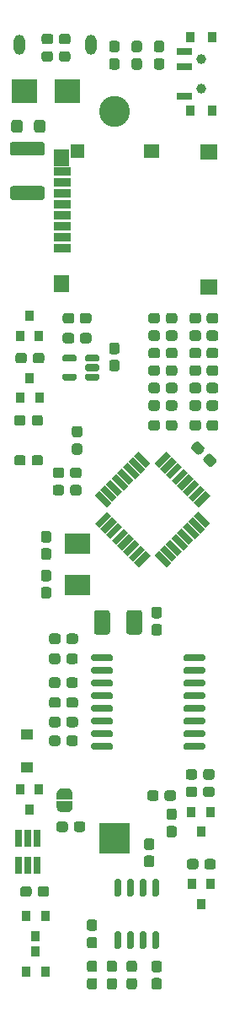
<source format=gts>
G04 #@! TF.GenerationSoftware,KiCad,Pcbnew,(5.1.6)-1*
G04 #@! TF.CreationDate,2021-08-10T23:40:34-03:00*
G04 #@! TF.ProjectId,TPH_Logger,5450485f-4c6f-4676-9765-722e6b696361,rev?*
G04 #@! TF.SameCoordinates,Original*
G04 #@! TF.FileFunction,Soldermask,Top*
G04 #@! TF.FilePolarity,Negative*
%FSLAX46Y46*%
G04 Gerber Fmt 4.6, Leading zero omitted, Abs format (unit mm)*
G04 Created by KiCad (PCBNEW (5.1.6)-1) date 2021-08-10 23:40:34*
%MOMM*%
%LPD*%
G01*
G04 APERTURE LIST*
%ADD10R,2.600000X2.400000*%
%ADD11C,1.000000*%
%ADD12R,1.600000X0.800000*%
%ADD13R,0.900000X1.100000*%
%ADD14R,0.900000X1.000000*%
%ADD15C,0.100000*%
%ADD16R,0.750000X1.660000*%
%ADD17R,2.500000X2.000000*%
%ADD18O,1.150000X2.000000*%
%ADD19C,3.100000*%
%ADD20R,3.100000X3.100000*%
%ADD21R,1.776400X0.912800*%
%ADD22R,1.497000X1.395400*%
%ADD23R,1.801800X1.598600*%
%ADD24R,1.598600X1.801800*%
%ADD25R,1.395400X1.395400*%
%ADD26R,1.598600X1.700200*%
%ADD27R,1.300000X1.000000*%
G04 APERTURE END LIST*
D10*
X129750000Y-47500000D03*
X125450000Y-47500000D03*
D11*
X143260000Y-47250000D03*
X143260000Y-44250000D03*
D12*
X141500000Y-48000000D03*
X141500000Y-45000000D03*
X141500000Y-43500000D03*
D13*
X144360000Y-49400000D03*
X144360000Y-42100000D03*
X142150000Y-42100000D03*
X142150000Y-49400000D03*
G36*
G01*
X143225000Y-75237500D02*
X143225000Y-75762500D01*
G75*
G02*
X142962500Y-76025000I-262500J0D01*
G01*
X142312500Y-76025000D01*
G75*
G02*
X142050000Y-75762500I0J262500D01*
G01*
X142050000Y-75237500D01*
G75*
G02*
X142312500Y-74975000I262500J0D01*
G01*
X142962500Y-74975000D01*
G75*
G02*
X143225000Y-75237500I0J-262500D01*
G01*
G37*
G36*
G01*
X144950000Y-75237500D02*
X144950000Y-75762500D01*
G75*
G02*
X144687500Y-76025000I-262500J0D01*
G01*
X144037500Y-76025000D01*
G75*
G02*
X143775000Y-75762500I0J262500D01*
G01*
X143775000Y-75237500D01*
G75*
G02*
X144037500Y-74975000I262500J0D01*
G01*
X144687500Y-74975000D01*
G75*
G02*
X144950000Y-75237500I0J-262500D01*
G01*
G37*
G36*
G01*
X143225000Y-73487500D02*
X143225000Y-74012500D01*
G75*
G02*
X142962500Y-74275000I-262500J0D01*
G01*
X142312500Y-74275000D01*
G75*
G02*
X142050000Y-74012500I0J262500D01*
G01*
X142050000Y-73487500D01*
G75*
G02*
X142312500Y-73225000I262500J0D01*
G01*
X142962500Y-73225000D01*
G75*
G02*
X143225000Y-73487500I0J-262500D01*
G01*
G37*
G36*
G01*
X144950000Y-73487500D02*
X144950000Y-74012500D01*
G75*
G02*
X144687500Y-74275000I-262500J0D01*
G01*
X144037500Y-74275000D01*
G75*
G02*
X143775000Y-74012500I0J262500D01*
G01*
X143775000Y-73487500D01*
G75*
G02*
X144037500Y-73225000I262500J0D01*
G01*
X144687500Y-73225000D01*
G75*
G02*
X144950000Y-73487500I0J-262500D01*
G01*
G37*
G36*
G01*
X144950000Y-71737500D02*
X144950000Y-72262500D01*
G75*
G02*
X144687500Y-72525000I-262500J0D01*
G01*
X144037500Y-72525000D01*
G75*
G02*
X143775000Y-72262500I0J262500D01*
G01*
X143775000Y-71737500D01*
G75*
G02*
X144037500Y-71475000I262500J0D01*
G01*
X144687500Y-71475000D01*
G75*
G02*
X144950000Y-71737500I0J-262500D01*
G01*
G37*
G36*
G01*
X143225000Y-71737500D02*
X143225000Y-72262500D01*
G75*
G02*
X142962500Y-72525000I-262500J0D01*
G01*
X142312500Y-72525000D01*
G75*
G02*
X142050000Y-72262500I0J262500D01*
G01*
X142050000Y-71737500D01*
G75*
G02*
X142312500Y-71475000I262500J0D01*
G01*
X142962500Y-71475000D01*
G75*
G02*
X143225000Y-71737500I0J-262500D01*
G01*
G37*
G36*
G01*
X144950000Y-76987500D02*
X144950000Y-77512500D01*
G75*
G02*
X144687500Y-77775000I-262500J0D01*
G01*
X144037500Y-77775000D01*
G75*
G02*
X143775000Y-77512500I0J262500D01*
G01*
X143775000Y-76987500D01*
G75*
G02*
X144037500Y-76725000I262500J0D01*
G01*
X144687500Y-76725000D01*
G75*
G02*
X144950000Y-76987500I0J-262500D01*
G01*
G37*
G36*
G01*
X143225000Y-76987500D02*
X143225000Y-77512500D01*
G75*
G02*
X142962500Y-77775000I-262500J0D01*
G01*
X142312500Y-77775000D01*
G75*
G02*
X142050000Y-77512500I0J262500D01*
G01*
X142050000Y-76987500D01*
G75*
G02*
X142312500Y-76725000I262500J0D01*
G01*
X142962500Y-76725000D01*
G75*
G02*
X143225000Y-76987500I0J-262500D01*
G01*
G37*
G36*
G01*
X139075000Y-76987500D02*
X139075000Y-77512500D01*
G75*
G02*
X138812500Y-77775000I-262500J0D01*
G01*
X138187500Y-77775000D01*
G75*
G02*
X137925000Y-77512500I0J262500D01*
G01*
X137925000Y-76987500D01*
G75*
G02*
X138187500Y-76725000I262500J0D01*
G01*
X138812500Y-76725000D01*
G75*
G02*
X139075000Y-76987500I0J-262500D01*
G01*
G37*
G36*
G01*
X140825000Y-76987500D02*
X140825000Y-77512500D01*
G75*
G02*
X140562500Y-77775000I-262500J0D01*
G01*
X139937500Y-77775000D01*
G75*
G02*
X139675000Y-77512500I0J262500D01*
G01*
X139675000Y-76987500D01*
G75*
G02*
X139937500Y-76725000I262500J0D01*
G01*
X140562500Y-76725000D01*
G75*
G02*
X140825000Y-76987500I0J-262500D01*
G01*
G37*
G36*
G01*
X139087500Y-73487500D02*
X139087500Y-74012500D01*
G75*
G02*
X138825000Y-74275000I-262500J0D01*
G01*
X138200000Y-74275000D01*
G75*
G02*
X137937500Y-74012500I0J262500D01*
G01*
X137937500Y-73487500D01*
G75*
G02*
X138200000Y-73225000I262500J0D01*
G01*
X138825000Y-73225000D01*
G75*
G02*
X139087500Y-73487500I0J-262500D01*
G01*
G37*
G36*
G01*
X140837500Y-73487500D02*
X140837500Y-74012500D01*
G75*
G02*
X140575000Y-74275000I-262500J0D01*
G01*
X139950000Y-74275000D01*
G75*
G02*
X139687500Y-74012500I0J262500D01*
G01*
X139687500Y-73487500D01*
G75*
G02*
X139950000Y-73225000I262500J0D01*
G01*
X140575000Y-73225000D01*
G75*
G02*
X140837500Y-73487500I0J-262500D01*
G01*
G37*
G36*
G01*
X139075000Y-75237500D02*
X139075000Y-75762500D01*
G75*
G02*
X138812500Y-76025000I-262500J0D01*
G01*
X138187500Y-76025000D01*
G75*
G02*
X137925000Y-75762500I0J262500D01*
G01*
X137925000Y-75237500D01*
G75*
G02*
X138187500Y-74975000I262500J0D01*
G01*
X138812500Y-74975000D01*
G75*
G02*
X139075000Y-75237500I0J-262500D01*
G01*
G37*
G36*
G01*
X140825000Y-75237500D02*
X140825000Y-75762500D01*
G75*
G02*
X140562500Y-76025000I-262500J0D01*
G01*
X139937500Y-76025000D01*
G75*
G02*
X139675000Y-75762500I0J262500D01*
G01*
X139675000Y-75237500D01*
G75*
G02*
X139937500Y-74975000I262500J0D01*
G01*
X140562500Y-74975000D01*
G75*
G02*
X140825000Y-75237500I0J-262500D01*
G01*
G37*
G36*
G01*
X140825000Y-71737500D02*
X140825000Y-72262500D01*
G75*
G02*
X140562500Y-72525000I-262500J0D01*
G01*
X139937500Y-72525000D01*
G75*
G02*
X139675000Y-72262500I0J262500D01*
G01*
X139675000Y-71737500D01*
G75*
G02*
X139937500Y-71475000I262500J0D01*
G01*
X140562500Y-71475000D01*
G75*
G02*
X140825000Y-71737500I0J-262500D01*
G01*
G37*
G36*
G01*
X139075000Y-71737500D02*
X139075000Y-72262500D01*
G75*
G02*
X138812500Y-72525000I-262500J0D01*
G01*
X138187500Y-72525000D01*
G75*
G02*
X137925000Y-72262500I0J262500D01*
G01*
X137925000Y-71737500D01*
G75*
G02*
X138187500Y-71475000I262500J0D01*
G01*
X138812500Y-71475000D01*
G75*
G02*
X139075000Y-71737500I0J-262500D01*
G01*
G37*
G36*
G01*
X132987500Y-75975000D02*
X132987500Y-76325000D01*
G75*
G02*
X132812500Y-76500000I-175000J0D01*
G01*
X131737500Y-76500000D01*
G75*
G02*
X131562500Y-76325000I0J175000D01*
G01*
X131562500Y-75975000D01*
G75*
G02*
X131737500Y-75800000I175000J0D01*
G01*
X132812500Y-75800000D01*
G75*
G02*
X132987500Y-75975000I0J-175000D01*
G01*
G37*
G36*
G01*
X132987500Y-75025000D02*
X132987500Y-75375000D01*
G75*
G02*
X132812500Y-75550000I-175000J0D01*
G01*
X131737500Y-75550000D01*
G75*
G02*
X131562500Y-75375000I0J175000D01*
G01*
X131562500Y-75025000D01*
G75*
G02*
X131737500Y-74850000I175000J0D01*
G01*
X132812500Y-74850000D01*
G75*
G02*
X132987500Y-75025000I0J-175000D01*
G01*
G37*
G36*
G01*
X132987500Y-74075000D02*
X132987500Y-74425000D01*
G75*
G02*
X132812500Y-74600000I-175000J0D01*
G01*
X131737500Y-74600000D01*
G75*
G02*
X131562500Y-74425000I0J175000D01*
G01*
X131562500Y-74075000D01*
G75*
G02*
X131737500Y-73900000I175000J0D01*
G01*
X132812500Y-73900000D01*
G75*
G02*
X132987500Y-74075000I0J-175000D01*
G01*
G37*
G36*
G01*
X130712500Y-74075000D02*
X130712500Y-74425000D01*
G75*
G02*
X130537500Y-74600000I-175000J0D01*
G01*
X129462500Y-74600000D01*
G75*
G02*
X129287500Y-74425000I0J175000D01*
G01*
X129287500Y-74075000D01*
G75*
G02*
X129462500Y-73900000I175000J0D01*
G01*
X130537500Y-73900000D01*
G75*
G02*
X130712500Y-74075000I0J-175000D01*
G01*
G37*
G36*
G01*
X130712500Y-75975000D02*
X130712500Y-76325000D01*
G75*
G02*
X130537500Y-76500000I-175000J0D01*
G01*
X129462500Y-76500000D01*
G75*
G02*
X129287500Y-76325000I0J175000D01*
G01*
X129287500Y-75975000D01*
G75*
G02*
X129462500Y-75800000I175000J0D01*
G01*
X130537500Y-75800000D01*
G75*
G02*
X130712500Y-75975000I0J-175000D01*
G01*
G37*
G36*
G01*
X135020000Y-128250000D02*
X134670000Y-128250000D01*
G75*
G02*
X134495000Y-128075000I0J175000D01*
G01*
X134495000Y-126675000D01*
G75*
G02*
X134670000Y-126500000I175000J0D01*
G01*
X135020000Y-126500000D01*
G75*
G02*
X135195000Y-126675000I0J-175000D01*
G01*
X135195000Y-128075000D01*
G75*
G02*
X135020000Y-128250000I-175000J0D01*
G01*
G37*
G36*
G01*
X136290000Y-128250000D02*
X135940000Y-128250000D01*
G75*
G02*
X135765000Y-128075000I0J175000D01*
G01*
X135765000Y-126675000D01*
G75*
G02*
X135940000Y-126500000I175000J0D01*
G01*
X136290000Y-126500000D01*
G75*
G02*
X136465000Y-126675000I0J-175000D01*
G01*
X136465000Y-128075000D01*
G75*
G02*
X136290000Y-128250000I-175000J0D01*
G01*
G37*
G36*
G01*
X137560000Y-128250000D02*
X137210000Y-128250000D01*
G75*
G02*
X137035000Y-128075000I0J175000D01*
G01*
X137035000Y-126675000D01*
G75*
G02*
X137210000Y-126500000I175000J0D01*
G01*
X137560000Y-126500000D01*
G75*
G02*
X137735000Y-126675000I0J-175000D01*
G01*
X137735000Y-128075000D01*
G75*
G02*
X137560000Y-128250000I-175000J0D01*
G01*
G37*
G36*
G01*
X138830000Y-128250000D02*
X138480000Y-128250000D01*
G75*
G02*
X138305000Y-128075000I0J175000D01*
G01*
X138305000Y-126675000D01*
G75*
G02*
X138480000Y-126500000I175000J0D01*
G01*
X138830000Y-126500000D01*
G75*
G02*
X139005000Y-126675000I0J-175000D01*
G01*
X139005000Y-128075000D01*
G75*
G02*
X138830000Y-128250000I-175000J0D01*
G01*
G37*
G36*
G01*
X138830000Y-133500000D02*
X138480000Y-133500000D01*
G75*
G02*
X138305000Y-133325000I0J175000D01*
G01*
X138305000Y-131925000D01*
G75*
G02*
X138480000Y-131750000I175000J0D01*
G01*
X138830000Y-131750000D01*
G75*
G02*
X139005000Y-131925000I0J-175000D01*
G01*
X139005000Y-133325000D01*
G75*
G02*
X138830000Y-133500000I-175000J0D01*
G01*
G37*
G36*
G01*
X137560000Y-133500000D02*
X137210000Y-133500000D01*
G75*
G02*
X137035000Y-133325000I0J175000D01*
G01*
X137035000Y-131925000D01*
G75*
G02*
X137210000Y-131750000I175000J0D01*
G01*
X137560000Y-131750000D01*
G75*
G02*
X137735000Y-131925000I0J-175000D01*
G01*
X137735000Y-133325000D01*
G75*
G02*
X137560000Y-133500000I-175000J0D01*
G01*
G37*
G36*
G01*
X136290000Y-133500000D02*
X135940000Y-133500000D01*
G75*
G02*
X135765000Y-133325000I0J175000D01*
G01*
X135765000Y-131925000D01*
G75*
G02*
X135940000Y-131750000I175000J0D01*
G01*
X136290000Y-131750000D01*
G75*
G02*
X136465000Y-131925000I0J-175000D01*
G01*
X136465000Y-133325000D01*
G75*
G02*
X136290000Y-133500000I-175000J0D01*
G01*
G37*
G36*
G01*
X135020000Y-133500000D02*
X134670000Y-133500000D01*
G75*
G02*
X134495000Y-133325000I0J175000D01*
G01*
X134495000Y-131925000D01*
G75*
G02*
X134670000Y-131750000I175000J0D01*
G01*
X135020000Y-131750000D01*
G75*
G02*
X135195000Y-131925000I0J-175000D01*
G01*
X135195000Y-133325000D01*
G75*
G02*
X135020000Y-133500000I-175000J0D01*
G01*
G37*
G36*
G01*
X137300000Y-99791667D02*
X137300000Y-101708333D01*
G75*
G02*
X137033333Y-101975000I-266667J0D01*
G01*
X135966667Y-101975000D01*
G75*
G02*
X135700000Y-101708333I0J266667D01*
G01*
X135700000Y-99791667D01*
G75*
G02*
X135966667Y-99525000I266667J0D01*
G01*
X137033333Y-99525000D01*
G75*
G02*
X137300000Y-99791667I0J-266667D01*
G01*
G37*
G36*
G01*
X134050000Y-99791667D02*
X134050000Y-101708333D01*
G75*
G02*
X133783333Y-101975000I-266667J0D01*
G01*
X132716667Y-101975000D01*
G75*
G02*
X132450000Y-101708333I0J266667D01*
G01*
X132450000Y-99791667D01*
G75*
G02*
X132716667Y-99525000I266667J0D01*
G01*
X133783333Y-99525000D01*
G75*
G02*
X134050000Y-99791667I0J-266667D01*
G01*
G37*
G36*
G01*
X127230769Y-53950000D02*
X124269231Y-53950000D01*
G75*
G02*
X124000000Y-53680769I0J269231D01*
G01*
X124000000Y-52819231D01*
G75*
G02*
X124269231Y-52550000I269231J0D01*
G01*
X127230769Y-52550000D01*
G75*
G02*
X127500000Y-52819231I0J-269231D01*
G01*
X127500000Y-53680769D01*
G75*
G02*
X127230769Y-53950000I-269231J0D01*
G01*
G37*
G36*
G01*
X127230769Y-58400000D02*
X124269231Y-58400000D01*
G75*
G02*
X124000000Y-58130769I0J269231D01*
G01*
X124000000Y-57269231D01*
G75*
G02*
X124269231Y-57000000I269231J0D01*
G01*
X127230769Y-57000000D01*
G75*
G02*
X127500000Y-57269231I0J-269231D01*
G01*
X127500000Y-58130769D01*
G75*
G02*
X127230769Y-58400000I-269231J0D01*
G01*
G37*
G36*
G01*
X126425000Y-51376191D02*
X126425000Y-50623809D01*
G75*
G02*
X126698809Y-50350000I273809J0D01*
G01*
X127301191Y-50350000D01*
G75*
G02*
X127575000Y-50623809I0J-273809D01*
G01*
X127575000Y-51376191D01*
G75*
G02*
X127301191Y-51650000I-273809J0D01*
G01*
X126698809Y-51650000D01*
G75*
G02*
X126425000Y-51376191I0J273809D01*
G01*
G37*
G36*
G01*
X124125000Y-51376191D02*
X124125000Y-50623809D01*
G75*
G02*
X124398809Y-50350000I273809J0D01*
G01*
X125001191Y-50350000D01*
G75*
G02*
X125275000Y-50623809I0J-273809D01*
G01*
X125275000Y-51376191D01*
G75*
G02*
X125001191Y-51650000I-273809J0D01*
G01*
X124398809Y-51650000D01*
G75*
G02*
X124125000Y-51376191I0J273809D01*
G01*
G37*
D14*
X126000000Y-76250000D03*
X126950000Y-78250000D03*
X125050000Y-78250000D03*
X126900000Y-117500000D03*
X125000000Y-117500000D03*
X125950000Y-119500000D03*
X125000000Y-72000000D03*
X126900000Y-72000000D03*
X125950000Y-70000000D03*
X127540000Y-130220000D03*
X125640000Y-130220000D03*
X126590000Y-132220000D03*
X126590000Y-133760000D03*
X127540000Y-135760000D03*
X125640000Y-135760000D03*
D15*
G36*
X132984656Y-91275572D02*
G01*
X132525037Y-90815953D01*
X133727118Y-89613872D01*
X134186737Y-90073491D01*
X132984656Y-91275572D01*
G37*
G36*
X133550342Y-91841257D02*
G01*
X133090723Y-91381638D01*
X134292804Y-90179557D01*
X134752423Y-90639176D01*
X133550342Y-91841257D01*
G37*
G36*
X134116027Y-92406943D02*
G01*
X133656408Y-91947324D01*
X134858489Y-90745243D01*
X135318108Y-91204862D01*
X134116027Y-92406943D01*
G37*
G36*
X134681712Y-92972628D02*
G01*
X134222093Y-92513009D01*
X135424174Y-91310928D01*
X135883793Y-91770547D01*
X134681712Y-92972628D01*
G37*
G36*
X135247398Y-93538314D02*
G01*
X134787779Y-93078695D01*
X135989860Y-91876614D01*
X136449479Y-92336233D01*
X135247398Y-93538314D01*
G37*
G36*
X135813083Y-94103999D02*
G01*
X135353464Y-93644380D01*
X136555545Y-92442299D01*
X137015164Y-92901918D01*
X135813083Y-94103999D01*
G37*
G36*
X136378769Y-94669684D02*
G01*
X135919150Y-94210065D01*
X137121231Y-93007984D01*
X137580850Y-93467603D01*
X136378769Y-94669684D01*
G37*
G36*
X136944454Y-95235370D02*
G01*
X136484835Y-94775751D01*
X137686916Y-93573670D01*
X138146535Y-94033289D01*
X136944454Y-95235370D01*
G37*
G36*
X140197145Y-94775751D02*
G01*
X139737526Y-95235370D01*
X138535445Y-94033289D01*
X138995064Y-93573670D01*
X140197145Y-94775751D01*
G37*
G36*
X140762830Y-94210065D02*
G01*
X140303211Y-94669684D01*
X139101130Y-93467603D01*
X139560749Y-93007984D01*
X140762830Y-94210065D01*
G37*
G36*
X141328516Y-93644380D02*
G01*
X140868897Y-94103999D01*
X139666816Y-92901918D01*
X140126435Y-92442299D01*
X141328516Y-93644380D01*
G37*
G36*
X141894201Y-93078695D02*
G01*
X141434582Y-93538314D01*
X140232501Y-92336233D01*
X140692120Y-91876614D01*
X141894201Y-93078695D01*
G37*
G36*
X142459887Y-92513009D02*
G01*
X142000268Y-92972628D01*
X140798187Y-91770547D01*
X141257806Y-91310928D01*
X142459887Y-92513009D01*
G37*
G36*
X143025572Y-91947324D02*
G01*
X142565953Y-92406943D01*
X141363872Y-91204862D01*
X141823491Y-90745243D01*
X143025572Y-91947324D01*
G37*
G36*
X143591257Y-91381638D02*
G01*
X143131638Y-91841257D01*
X141929557Y-90639176D01*
X142389176Y-90179557D01*
X143591257Y-91381638D01*
G37*
G36*
X144156943Y-90815953D02*
G01*
X143697324Y-91275572D01*
X142495243Y-90073491D01*
X142954862Y-89613872D01*
X144156943Y-90815953D01*
G37*
G36*
X142954862Y-89224962D02*
G01*
X142495243Y-88765343D01*
X143697324Y-87563262D01*
X144156943Y-88022881D01*
X142954862Y-89224962D01*
G37*
G36*
X142389176Y-88659277D02*
G01*
X141929557Y-88199658D01*
X143131638Y-86997577D01*
X143591257Y-87457196D01*
X142389176Y-88659277D01*
G37*
G36*
X141823491Y-88093591D02*
G01*
X141363872Y-87633972D01*
X142565953Y-86431891D01*
X143025572Y-86891510D01*
X141823491Y-88093591D01*
G37*
G36*
X141257806Y-87527906D02*
G01*
X140798187Y-87068287D01*
X142000268Y-85866206D01*
X142459887Y-86325825D01*
X141257806Y-87527906D01*
G37*
G36*
X140692120Y-86962220D02*
G01*
X140232501Y-86502601D01*
X141434582Y-85300520D01*
X141894201Y-85760139D01*
X140692120Y-86962220D01*
G37*
G36*
X140126435Y-86396535D02*
G01*
X139666816Y-85936916D01*
X140868897Y-84734835D01*
X141328516Y-85194454D01*
X140126435Y-86396535D01*
G37*
G36*
X139560749Y-85830850D02*
G01*
X139101130Y-85371231D01*
X140303211Y-84169150D01*
X140762830Y-84628769D01*
X139560749Y-85830850D01*
G37*
G36*
X138995064Y-85265164D02*
G01*
X138535445Y-84805545D01*
X139737526Y-83603464D01*
X140197145Y-84063083D01*
X138995064Y-85265164D01*
G37*
G36*
X138146535Y-84805545D02*
G01*
X137686916Y-85265164D01*
X136484835Y-84063083D01*
X136944454Y-83603464D01*
X138146535Y-84805545D01*
G37*
G36*
X137580850Y-85371231D02*
G01*
X137121231Y-85830850D01*
X135919150Y-84628769D01*
X136378769Y-84169150D01*
X137580850Y-85371231D01*
G37*
G36*
X137015164Y-85936916D02*
G01*
X136555545Y-86396535D01*
X135353464Y-85194454D01*
X135813083Y-84734835D01*
X137015164Y-85936916D01*
G37*
G36*
X136449479Y-86502601D02*
G01*
X135989860Y-86962220D01*
X134787779Y-85760139D01*
X135247398Y-85300520D01*
X136449479Y-86502601D01*
G37*
G36*
X135883793Y-87068287D02*
G01*
X135424174Y-87527906D01*
X134222093Y-86325825D01*
X134681712Y-85866206D01*
X135883793Y-87068287D01*
G37*
G36*
X135318108Y-87633972D02*
G01*
X134858489Y-88093591D01*
X133656408Y-86891510D01*
X134116027Y-86431891D01*
X135318108Y-87633972D01*
G37*
G36*
X134752423Y-88199658D02*
G01*
X134292804Y-88659277D01*
X133090723Y-87457196D01*
X133550342Y-86997577D01*
X134752423Y-88199658D01*
G37*
G36*
X134186737Y-88765343D02*
G01*
X133727118Y-89224962D01*
X132525037Y-88022881D01*
X132984656Y-87563262D01*
X134186737Y-88765343D01*
G37*
G36*
G01*
X132175000Y-104480000D02*
X132175000Y-104130000D01*
G75*
G02*
X132350000Y-103955000I175000J0D01*
G01*
X134150000Y-103955000D01*
G75*
G02*
X134325000Y-104130000I0J-175000D01*
G01*
X134325000Y-104480000D01*
G75*
G02*
X134150000Y-104655000I-175000J0D01*
G01*
X132350000Y-104655000D01*
G75*
G02*
X132175000Y-104480000I0J175000D01*
G01*
G37*
G36*
G01*
X132175000Y-105750000D02*
X132175000Y-105400000D01*
G75*
G02*
X132350000Y-105225000I175000J0D01*
G01*
X134150000Y-105225000D01*
G75*
G02*
X134325000Y-105400000I0J-175000D01*
G01*
X134325000Y-105750000D01*
G75*
G02*
X134150000Y-105925000I-175000J0D01*
G01*
X132350000Y-105925000D01*
G75*
G02*
X132175000Y-105750000I0J175000D01*
G01*
G37*
G36*
G01*
X132175000Y-107020000D02*
X132175000Y-106670000D01*
G75*
G02*
X132350000Y-106495000I175000J0D01*
G01*
X134150000Y-106495000D01*
G75*
G02*
X134325000Y-106670000I0J-175000D01*
G01*
X134325000Y-107020000D01*
G75*
G02*
X134150000Y-107195000I-175000J0D01*
G01*
X132350000Y-107195000D01*
G75*
G02*
X132175000Y-107020000I0J175000D01*
G01*
G37*
G36*
G01*
X132175000Y-108290000D02*
X132175000Y-107940000D01*
G75*
G02*
X132350000Y-107765000I175000J0D01*
G01*
X134150000Y-107765000D01*
G75*
G02*
X134325000Y-107940000I0J-175000D01*
G01*
X134325000Y-108290000D01*
G75*
G02*
X134150000Y-108465000I-175000J0D01*
G01*
X132350000Y-108465000D01*
G75*
G02*
X132175000Y-108290000I0J175000D01*
G01*
G37*
G36*
G01*
X132175000Y-109560000D02*
X132175000Y-109210000D01*
G75*
G02*
X132350000Y-109035000I175000J0D01*
G01*
X134150000Y-109035000D01*
G75*
G02*
X134325000Y-109210000I0J-175000D01*
G01*
X134325000Y-109560000D01*
G75*
G02*
X134150000Y-109735000I-175000J0D01*
G01*
X132350000Y-109735000D01*
G75*
G02*
X132175000Y-109560000I0J175000D01*
G01*
G37*
G36*
G01*
X132175000Y-110830000D02*
X132175000Y-110480000D01*
G75*
G02*
X132350000Y-110305000I175000J0D01*
G01*
X134150000Y-110305000D01*
G75*
G02*
X134325000Y-110480000I0J-175000D01*
G01*
X134325000Y-110830000D01*
G75*
G02*
X134150000Y-111005000I-175000J0D01*
G01*
X132350000Y-111005000D01*
G75*
G02*
X132175000Y-110830000I0J175000D01*
G01*
G37*
G36*
G01*
X132175000Y-112100000D02*
X132175000Y-111750000D01*
G75*
G02*
X132350000Y-111575000I175000J0D01*
G01*
X134150000Y-111575000D01*
G75*
G02*
X134325000Y-111750000I0J-175000D01*
G01*
X134325000Y-112100000D01*
G75*
G02*
X134150000Y-112275000I-175000J0D01*
G01*
X132350000Y-112275000D01*
G75*
G02*
X132175000Y-112100000I0J175000D01*
G01*
G37*
G36*
G01*
X132175000Y-113370000D02*
X132175000Y-113020000D01*
G75*
G02*
X132350000Y-112845000I175000J0D01*
G01*
X134150000Y-112845000D01*
G75*
G02*
X134325000Y-113020000I0J-175000D01*
G01*
X134325000Y-113370000D01*
G75*
G02*
X134150000Y-113545000I-175000J0D01*
G01*
X132350000Y-113545000D01*
G75*
G02*
X132175000Y-113370000I0J175000D01*
G01*
G37*
G36*
G01*
X141475000Y-113370000D02*
X141475000Y-113020000D01*
G75*
G02*
X141650000Y-112845000I175000J0D01*
G01*
X143450000Y-112845000D01*
G75*
G02*
X143625000Y-113020000I0J-175000D01*
G01*
X143625000Y-113370000D01*
G75*
G02*
X143450000Y-113545000I-175000J0D01*
G01*
X141650000Y-113545000D01*
G75*
G02*
X141475000Y-113370000I0J175000D01*
G01*
G37*
G36*
G01*
X141475000Y-112100000D02*
X141475000Y-111750000D01*
G75*
G02*
X141650000Y-111575000I175000J0D01*
G01*
X143450000Y-111575000D01*
G75*
G02*
X143625000Y-111750000I0J-175000D01*
G01*
X143625000Y-112100000D01*
G75*
G02*
X143450000Y-112275000I-175000J0D01*
G01*
X141650000Y-112275000D01*
G75*
G02*
X141475000Y-112100000I0J175000D01*
G01*
G37*
G36*
G01*
X141475000Y-110830000D02*
X141475000Y-110480000D01*
G75*
G02*
X141650000Y-110305000I175000J0D01*
G01*
X143450000Y-110305000D01*
G75*
G02*
X143625000Y-110480000I0J-175000D01*
G01*
X143625000Y-110830000D01*
G75*
G02*
X143450000Y-111005000I-175000J0D01*
G01*
X141650000Y-111005000D01*
G75*
G02*
X141475000Y-110830000I0J175000D01*
G01*
G37*
G36*
G01*
X141475000Y-109560000D02*
X141475000Y-109210000D01*
G75*
G02*
X141650000Y-109035000I175000J0D01*
G01*
X143450000Y-109035000D01*
G75*
G02*
X143625000Y-109210000I0J-175000D01*
G01*
X143625000Y-109560000D01*
G75*
G02*
X143450000Y-109735000I-175000J0D01*
G01*
X141650000Y-109735000D01*
G75*
G02*
X141475000Y-109560000I0J175000D01*
G01*
G37*
G36*
G01*
X141475000Y-108290000D02*
X141475000Y-107940000D01*
G75*
G02*
X141650000Y-107765000I175000J0D01*
G01*
X143450000Y-107765000D01*
G75*
G02*
X143625000Y-107940000I0J-175000D01*
G01*
X143625000Y-108290000D01*
G75*
G02*
X143450000Y-108465000I-175000J0D01*
G01*
X141650000Y-108465000D01*
G75*
G02*
X141475000Y-108290000I0J175000D01*
G01*
G37*
G36*
G01*
X141475000Y-107020000D02*
X141475000Y-106670000D01*
G75*
G02*
X141650000Y-106495000I175000J0D01*
G01*
X143450000Y-106495000D01*
G75*
G02*
X143625000Y-106670000I0J-175000D01*
G01*
X143625000Y-107020000D01*
G75*
G02*
X143450000Y-107195000I-175000J0D01*
G01*
X141650000Y-107195000D01*
G75*
G02*
X141475000Y-107020000I0J175000D01*
G01*
G37*
G36*
G01*
X141475000Y-105750000D02*
X141475000Y-105400000D01*
G75*
G02*
X141650000Y-105225000I175000J0D01*
G01*
X143450000Y-105225000D01*
G75*
G02*
X143625000Y-105400000I0J-175000D01*
G01*
X143625000Y-105750000D01*
G75*
G02*
X143450000Y-105925000I-175000J0D01*
G01*
X141650000Y-105925000D01*
G75*
G02*
X141475000Y-105750000I0J175000D01*
G01*
G37*
G36*
G01*
X141475000Y-104480000D02*
X141475000Y-104130000D01*
G75*
G02*
X141650000Y-103955000I175000J0D01*
G01*
X143450000Y-103955000D01*
G75*
G02*
X143625000Y-104130000I0J-175000D01*
G01*
X143625000Y-104480000D01*
G75*
G02*
X143450000Y-104655000I-175000J0D01*
G01*
X141650000Y-104655000D01*
G75*
G02*
X141475000Y-104480000I0J175000D01*
G01*
G37*
D16*
X125800000Y-122400000D03*
X124850000Y-122400000D03*
X126750000Y-122400000D03*
X126750000Y-125100000D03*
X125800000Y-125100000D03*
X124850000Y-125100000D03*
D17*
X130815800Y-96979229D03*
X130815800Y-92879229D03*
D18*
X132115000Y-42800000D03*
X124965000Y-42800000D03*
G36*
G01*
X143225000Y-69987500D02*
X143225000Y-70512500D01*
G75*
G02*
X142962500Y-70775000I-262500J0D01*
G01*
X142312500Y-70775000D01*
G75*
G02*
X142050000Y-70512500I0J262500D01*
G01*
X142050000Y-69987500D01*
G75*
G02*
X142312500Y-69725000I262500J0D01*
G01*
X142962500Y-69725000D01*
G75*
G02*
X143225000Y-69987500I0J-262500D01*
G01*
G37*
G36*
G01*
X144950000Y-69987500D02*
X144950000Y-70512500D01*
G75*
G02*
X144687500Y-70775000I-262500J0D01*
G01*
X144037500Y-70775000D01*
G75*
G02*
X143775000Y-70512500I0J262500D01*
G01*
X143775000Y-69987500D01*
G75*
G02*
X144037500Y-69725000I262500J0D01*
G01*
X144687500Y-69725000D01*
G75*
G02*
X144950000Y-69987500I0J-262500D01*
G01*
G37*
G36*
G01*
X143491161Y-83510050D02*
X143119930Y-83881281D01*
G75*
G02*
X142748698Y-83881281I-185616J185616D01*
G01*
X142289079Y-83421662D01*
G75*
G02*
X142289079Y-83050430I185616J185616D01*
G01*
X142660310Y-82679199D01*
G75*
G02*
X143031542Y-82679199I185616J-185616D01*
G01*
X143491161Y-83138818D01*
G75*
G02*
X143491161Y-83510050I-185616J-185616D01*
G01*
G37*
G36*
G01*
X144710921Y-84729810D02*
X144339690Y-85101041D01*
G75*
G02*
X143968458Y-85101041I-185616J185616D01*
G01*
X143508839Y-84641422D01*
G75*
G02*
X143508839Y-84270190I185616J185616D01*
G01*
X143880070Y-83898959D01*
G75*
G02*
X144251302Y-83898959I185616J-185616D01*
G01*
X144710921Y-84358578D01*
G75*
G02*
X144710921Y-84729810I-185616J-185616D01*
G01*
G37*
G36*
G01*
X139012500Y-102087500D02*
X138487500Y-102087500D01*
G75*
G02*
X138225000Y-101825000I0J262500D01*
G01*
X138225000Y-101175000D01*
G75*
G02*
X138487500Y-100912500I262500J0D01*
G01*
X139012500Y-100912500D01*
G75*
G02*
X139275000Y-101175000I0J-262500D01*
G01*
X139275000Y-101825000D01*
G75*
G02*
X139012500Y-102087500I-262500J0D01*
G01*
G37*
G36*
G01*
X139012500Y-100362500D02*
X138487500Y-100362500D01*
G75*
G02*
X138225000Y-100100000I0J262500D01*
G01*
X138225000Y-99450000D01*
G75*
G02*
X138487500Y-99187500I262500J0D01*
G01*
X139012500Y-99187500D01*
G75*
G02*
X139275000Y-99450000I0J-262500D01*
G01*
X139275000Y-100100000D01*
G75*
G02*
X139012500Y-100362500I-262500J0D01*
G01*
G37*
G36*
G01*
X129662500Y-111012500D02*
X129662500Y-110487500D01*
G75*
G02*
X129925000Y-110225000I262500J0D01*
G01*
X130575000Y-110225000D01*
G75*
G02*
X130837500Y-110487500I0J-262500D01*
G01*
X130837500Y-111012500D01*
G75*
G02*
X130575000Y-111275000I-262500J0D01*
G01*
X129925000Y-111275000D01*
G75*
G02*
X129662500Y-111012500I0J262500D01*
G01*
G37*
G36*
G01*
X127937500Y-111012500D02*
X127937500Y-110487500D01*
G75*
G02*
X128200000Y-110225000I262500J0D01*
G01*
X128850000Y-110225000D01*
G75*
G02*
X129112500Y-110487500I0J-262500D01*
G01*
X129112500Y-111012500D01*
G75*
G02*
X128850000Y-111275000I-262500J0D01*
G01*
X128200000Y-111275000D01*
G75*
G02*
X127937500Y-111012500I0J262500D01*
G01*
G37*
G36*
G01*
X127896319Y-94484623D02*
X127371319Y-94484623D01*
G75*
G02*
X127108819Y-94222123I0J262500D01*
G01*
X127108819Y-93572123D01*
G75*
G02*
X127371319Y-93309623I262500J0D01*
G01*
X127896319Y-93309623D01*
G75*
G02*
X128158819Y-93572123I0J-262500D01*
G01*
X128158819Y-94222123D01*
G75*
G02*
X127896319Y-94484623I-262500J0D01*
G01*
G37*
G36*
G01*
X127896319Y-92759623D02*
X127371319Y-92759623D01*
G75*
G02*
X127108819Y-92497123I0J262500D01*
G01*
X127108819Y-91847123D01*
G75*
G02*
X127371319Y-91584623I262500J0D01*
G01*
X127896319Y-91584623D01*
G75*
G02*
X128158819Y-91847123I0J-262500D01*
G01*
X128158819Y-92497123D01*
G75*
G02*
X127896319Y-92759623I-262500J0D01*
G01*
G37*
G36*
G01*
X127371319Y-95473710D02*
X127896319Y-95473710D01*
G75*
G02*
X128158819Y-95736210I0J-262500D01*
G01*
X128158819Y-96386210D01*
G75*
G02*
X127896319Y-96648710I-262500J0D01*
G01*
X127371319Y-96648710D01*
G75*
G02*
X127108819Y-96386210I0J262500D01*
G01*
X127108819Y-95736210D01*
G75*
G02*
X127371319Y-95473710I262500J0D01*
G01*
G37*
G36*
G01*
X127371319Y-97198710D02*
X127896319Y-97198710D01*
G75*
G02*
X128158819Y-97461210I0J-262500D01*
G01*
X128158819Y-98111210D01*
G75*
G02*
X127896319Y-98373710I-262500J0D01*
G01*
X127371319Y-98373710D01*
G75*
G02*
X127108819Y-98111210I0J262500D01*
G01*
X127108819Y-97461210D01*
G75*
G02*
X127371319Y-97198710I262500J0D01*
G01*
G37*
G36*
G01*
X143225000Y-78737500D02*
X143225000Y-79262500D01*
G75*
G02*
X142962500Y-79525000I-262500J0D01*
G01*
X142312500Y-79525000D01*
G75*
G02*
X142050000Y-79262500I0J262500D01*
G01*
X142050000Y-78737500D01*
G75*
G02*
X142312500Y-78475000I262500J0D01*
G01*
X142962500Y-78475000D01*
G75*
G02*
X143225000Y-78737500I0J-262500D01*
G01*
G37*
G36*
G01*
X144950000Y-78737500D02*
X144950000Y-79262500D01*
G75*
G02*
X144687500Y-79525000I-262500J0D01*
G01*
X144037500Y-79525000D01*
G75*
G02*
X143775000Y-79262500I0J262500D01*
G01*
X143775000Y-78737500D01*
G75*
G02*
X144037500Y-78475000I262500J0D01*
G01*
X144687500Y-78475000D01*
G75*
G02*
X144950000Y-78737500I0J-262500D01*
G01*
G37*
G36*
G01*
X142050000Y-81262500D02*
X142050000Y-80737500D01*
G75*
G02*
X142312500Y-80475000I262500J0D01*
G01*
X142962500Y-80475000D01*
G75*
G02*
X143225000Y-80737500I0J-262500D01*
G01*
X143225000Y-81262500D01*
G75*
G02*
X142962500Y-81525000I-262500J0D01*
G01*
X142312500Y-81525000D01*
G75*
G02*
X142050000Y-81262500I0J262500D01*
G01*
G37*
G36*
G01*
X143775000Y-81262500D02*
X143775000Y-80737500D01*
G75*
G02*
X144037500Y-80475000I262500J0D01*
G01*
X144687500Y-80475000D01*
G75*
G02*
X144950000Y-80737500I0J-262500D01*
G01*
X144950000Y-81262500D01*
G75*
G02*
X144687500Y-81525000I-262500J0D01*
G01*
X144037500Y-81525000D01*
G75*
G02*
X143775000Y-81262500I0J262500D01*
G01*
G37*
G36*
G01*
X127937500Y-109062500D02*
X127937500Y-108537500D01*
G75*
G02*
X128200000Y-108275000I262500J0D01*
G01*
X128850000Y-108275000D01*
G75*
G02*
X129112500Y-108537500I0J-262500D01*
G01*
X129112500Y-109062500D01*
G75*
G02*
X128850000Y-109325000I-262500J0D01*
G01*
X128200000Y-109325000D01*
G75*
G02*
X127937500Y-109062500I0J262500D01*
G01*
G37*
G36*
G01*
X129662500Y-109062500D02*
X129662500Y-108537500D01*
G75*
G02*
X129925000Y-108275000I262500J0D01*
G01*
X130575000Y-108275000D01*
G75*
G02*
X130837500Y-108537500I0J-262500D01*
G01*
X130837500Y-109062500D01*
G75*
G02*
X130575000Y-109325000I-262500J0D01*
G01*
X129925000Y-109325000D01*
G75*
G02*
X129662500Y-109062500I0J262500D01*
G01*
G37*
G36*
G01*
X129112500Y-102137500D02*
X129112500Y-102662500D01*
G75*
G02*
X128850000Y-102925000I-262500J0D01*
G01*
X128200000Y-102925000D01*
G75*
G02*
X127937500Y-102662500I0J262500D01*
G01*
X127937500Y-102137500D01*
G75*
G02*
X128200000Y-101875000I262500J0D01*
G01*
X128850000Y-101875000D01*
G75*
G02*
X129112500Y-102137500I0J-262500D01*
G01*
G37*
G36*
G01*
X130837500Y-102137500D02*
X130837500Y-102662500D01*
G75*
G02*
X130575000Y-102925000I-262500J0D01*
G01*
X129925000Y-102925000D01*
G75*
G02*
X129662500Y-102662500I0J262500D01*
G01*
X129662500Y-102137500D01*
G75*
G02*
X129925000Y-101875000I262500J0D01*
G01*
X130575000Y-101875000D01*
G75*
G02*
X130837500Y-102137500I0J-262500D01*
G01*
G37*
G36*
G01*
X128912500Y-42512500D02*
X128912500Y-41987500D01*
G75*
G02*
X129175000Y-41725000I262500J0D01*
G01*
X129825000Y-41725000D01*
G75*
G02*
X130087500Y-41987500I0J-262500D01*
G01*
X130087500Y-42512500D01*
G75*
G02*
X129825000Y-42775000I-262500J0D01*
G01*
X129175000Y-42775000D01*
G75*
G02*
X128912500Y-42512500I0J262500D01*
G01*
G37*
G36*
G01*
X127187500Y-42512500D02*
X127187500Y-41987500D01*
G75*
G02*
X127450000Y-41725000I262500J0D01*
G01*
X128100000Y-41725000D01*
G75*
G02*
X128362500Y-41987500I0J-262500D01*
G01*
X128362500Y-42512500D01*
G75*
G02*
X128100000Y-42775000I-262500J0D01*
G01*
X127450000Y-42775000D01*
G75*
G02*
X127187500Y-42512500I0J262500D01*
G01*
G37*
G36*
G01*
X139012500Y-137587500D02*
X138487500Y-137587500D01*
G75*
G02*
X138225000Y-137325000I0J262500D01*
G01*
X138225000Y-136675000D01*
G75*
G02*
X138487500Y-136412500I262500J0D01*
G01*
X139012500Y-136412500D01*
G75*
G02*
X139275000Y-136675000I0J-262500D01*
G01*
X139275000Y-137325000D01*
G75*
G02*
X139012500Y-137587500I-262500J0D01*
G01*
G37*
G36*
G01*
X139012500Y-135862500D02*
X138487500Y-135862500D01*
G75*
G02*
X138225000Y-135600000I0J262500D01*
G01*
X138225000Y-134950000D01*
G75*
G02*
X138487500Y-134687500I262500J0D01*
G01*
X139012500Y-134687500D01*
G75*
G02*
X139275000Y-134950000I0J-262500D01*
G01*
X139275000Y-135600000D01*
G75*
G02*
X139012500Y-135862500I-262500J0D01*
G01*
G37*
G36*
G01*
X137737500Y-124137500D02*
X138262500Y-124137500D01*
G75*
G02*
X138525000Y-124400000I0J-262500D01*
G01*
X138525000Y-125050000D01*
G75*
G02*
X138262500Y-125312500I-262500J0D01*
G01*
X137737500Y-125312500D01*
G75*
G02*
X137475000Y-125050000I0J262500D01*
G01*
X137475000Y-124400000D01*
G75*
G02*
X137737500Y-124137500I262500J0D01*
G01*
G37*
G36*
G01*
X137737500Y-122412500D02*
X138262500Y-122412500D01*
G75*
G02*
X138525000Y-122675000I0J-262500D01*
G01*
X138525000Y-123325000D01*
G75*
G02*
X138262500Y-123587500I-262500J0D01*
G01*
X137737500Y-123587500D01*
G75*
G02*
X137475000Y-123325000I0J262500D01*
G01*
X137475000Y-122675000D01*
G75*
G02*
X137737500Y-122412500I262500J0D01*
G01*
G37*
G36*
G01*
X131025000Y-72512500D02*
X131025000Y-71987500D01*
G75*
G02*
X131287500Y-71725000I262500J0D01*
G01*
X131937500Y-71725000D01*
G75*
G02*
X132200000Y-71987500I0J-262500D01*
G01*
X132200000Y-72512500D01*
G75*
G02*
X131937500Y-72775000I-262500J0D01*
G01*
X131287500Y-72775000D01*
G75*
G02*
X131025000Y-72512500I0J262500D01*
G01*
G37*
G36*
G01*
X129300000Y-72512500D02*
X129300000Y-71987500D01*
G75*
G02*
X129562500Y-71725000I262500J0D01*
G01*
X130212500Y-71725000D01*
G75*
G02*
X130475000Y-71987500I0J-262500D01*
G01*
X130475000Y-72512500D01*
G75*
G02*
X130212500Y-72775000I-262500J0D01*
G01*
X129562500Y-72775000D01*
G75*
G02*
X129300000Y-72512500I0J262500D01*
G01*
G37*
G36*
G01*
X129300000Y-70512500D02*
X129300000Y-69987500D01*
G75*
G02*
X129562500Y-69725000I262500J0D01*
G01*
X130212500Y-69725000D01*
G75*
G02*
X130475000Y-69987500I0J-262500D01*
G01*
X130475000Y-70512500D01*
G75*
G02*
X130212500Y-70775000I-262500J0D01*
G01*
X129562500Y-70775000D01*
G75*
G02*
X129300000Y-70512500I0J262500D01*
G01*
G37*
G36*
G01*
X131025000Y-70512500D02*
X131025000Y-69987500D01*
G75*
G02*
X131287500Y-69725000I262500J0D01*
G01*
X131937500Y-69725000D01*
G75*
G02*
X132200000Y-69987500I0J-262500D01*
G01*
X132200000Y-70512500D01*
G75*
G02*
X131937500Y-70775000I-262500J0D01*
G01*
X131287500Y-70775000D01*
G75*
G02*
X131025000Y-70512500I0J262500D01*
G01*
G37*
G36*
G01*
X140825000Y-69987500D02*
X140825000Y-70512500D01*
G75*
G02*
X140562500Y-70775000I-262500J0D01*
G01*
X139937500Y-70775000D01*
G75*
G02*
X139675000Y-70512500I0J262500D01*
G01*
X139675000Y-69987500D01*
G75*
G02*
X139937500Y-69725000I262500J0D01*
G01*
X140562500Y-69725000D01*
G75*
G02*
X140825000Y-69987500I0J-262500D01*
G01*
G37*
G36*
G01*
X139075000Y-69987500D02*
X139075000Y-70512500D01*
G75*
G02*
X138812500Y-70775000I-262500J0D01*
G01*
X138187500Y-70775000D01*
G75*
G02*
X137925000Y-70512500I0J262500D01*
G01*
X137925000Y-69987500D01*
G75*
G02*
X138187500Y-69725000I262500J0D01*
G01*
X138812500Y-69725000D01*
G75*
G02*
X139075000Y-69987500I0J-262500D01*
G01*
G37*
G36*
G01*
X125575000Y-80237500D02*
X125575000Y-80762500D01*
G75*
G02*
X125312500Y-81025000I-262500J0D01*
G01*
X124687500Y-81025000D01*
G75*
G02*
X124425000Y-80762500I0J262500D01*
G01*
X124425000Y-80237500D01*
G75*
G02*
X124687500Y-79975000I262500J0D01*
G01*
X125312500Y-79975000D01*
G75*
G02*
X125575000Y-80237500I0J-262500D01*
G01*
G37*
G36*
G01*
X127325000Y-80237500D02*
X127325000Y-80762500D01*
G75*
G02*
X127062500Y-81025000I-262500J0D01*
G01*
X126437500Y-81025000D01*
G75*
G02*
X126175000Y-80762500I0J262500D01*
G01*
X126175000Y-80237500D01*
G75*
G02*
X126437500Y-79975000I262500J0D01*
G01*
X127062500Y-79975000D01*
G75*
G02*
X127325000Y-80237500I0J-262500D01*
G01*
G37*
G36*
G01*
X130487500Y-81050000D02*
X131012500Y-81050000D01*
G75*
G02*
X131275000Y-81312500I0J-262500D01*
G01*
X131275000Y-81937500D01*
G75*
G02*
X131012500Y-82200000I-262500J0D01*
G01*
X130487500Y-82200000D01*
G75*
G02*
X130225000Y-81937500I0J262500D01*
G01*
X130225000Y-81312500D01*
G75*
G02*
X130487500Y-81050000I262500J0D01*
G01*
G37*
G36*
G01*
X130487500Y-82800000D02*
X131012500Y-82800000D01*
G75*
G02*
X131275000Y-83062500I0J-262500D01*
G01*
X131275000Y-83687500D01*
G75*
G02*
X131012500Y-83950000I-262500J0D01*
G01*
X130487500Y-83950000D01*
G75*
G02*
X130225000Y-83687500I0J262500D01*
G01*
X130225000Y-83062500D01*
G75*
G02*
X130487500Y-82800000I262500J0D01*
G01*
G37*
G36*
G01*
X137925000Y-79262500D02*
X137925000Y-78737500D01*
G75*
G02*
X138187500Y-78475000I262500J0D01*
G01*
X138812500Y-78475000D01*
G75*
G02*
X139075000Y-78737500I0J-262500D01*
G01*
X139075000Y-79262500D01*
G75*
G02*
X138812500Y-79525000I-262500J0D01*
G01*
X138187500Y-79525000D01*
G75*
G02*
X137925000Y-79262500I0J262500D01*
G01*
G37*
G36*
G01*
X139675000Y-79262500D02*
X139675000Y-78737500D01*
G75*
G02*
X139937500Y-78475000I262500J0D01*
G01*
X140562500Y-78475000D01*
G75*
G02*
X140825000Y-78737500I0J-262500D01*
G01*
X140825000Y-79262500D01*
G75*
G02*
X140562500Y-79525000I-262500J0D01*
G01*
X139937500Y-79525000D01*
G75*
G02*
X139675000Y-79262500I0J262500D01*
G01*
G37*
G36*
G01*
X137925000Y-81262500D02*
X137925000Y-80737500D01*
G75*
G02*
X138187500Y-80475000I262500J0D01*
G01*
X138812500Y-80475000D01*
G75*
G02*
X139075000Y-80737500I0J-262500D01*
G01*
X139075000Y-81262500D01*
G75*
G02*
X138812500Y-81525000I-262500J0D01*
G01*
X138187500Y-81525000D01*
G75*
G02*
X137925000Y-81262500I0J262500D01*
G01*
G37*
G36*
G01*
X139675000Y-81262500D02*
X139675000Y-80737500D01*
G75*
G02*
X139937500Y-80475000I262500J0D01*
G01*
X140562500Y-80475000D01*
G75*
G02*
X140825000Y-80737500I0J-262500D01*
G01*
X140825000Y-81262500D01*
G75*
G02*
X140562500Y-81525000I-262500J0D01*
G01*
X139937500Y-81525000D01*
G75*
G02*
X139675000Y-81262500I0J262500D01*
G01*
G37*
G36*
G01*
X130825000Y-106537500D02*
X130825000Y-107062500D01*
G75*
G02*
X130562500Y-107325000I-262500J0D01*
G01*
X129937500Y-107325000D01*
G75*
G02*
X129675000Y-107062500I0J262500D01*
G01*
X129675000Y-106537500D01*
G75*
G02*
X129937500Y-106275000I262500J0D01*
G01*
X130562500Y-106275000D01*
G75*
G02*
X130825000Y-106537500I0J-262500D01*
G01*
G37*
G36*
G01*
X129075000Y-106537500D02*
X129075000Y-107062500D01*
G75*
G02*
X128812500Y-107325000I-262500J0D01*
G01*
X128187500Y-107325000D01*
G75*
G02*
X127925000Y-107062500I0J262500D01*
G01*
X127925000Y-106537500D01*
G75*
G02*
X128187500Y-106275000I262500J0D01*
G01*
X128812500Y-106275000D01*
G75*
G02*
X129075000Y-106537500I0J-262500D01*
G01*
G37*
G36*
G01*
X127925000Y-104662500D02*
X127925000Y-104137500D01*
G75*
G02*
X128187500Y-103875000I262500J0D01*
G01*
X128812500Y-103875000D01*
G75*
G02*
X129075000Y-104137500I0J-262500D01*
G01*
X129075000Y-104662500D01*
G75*
G02*
X128812500Y-104925000I-262500J0D01*
G01*
X128187500Y-104925000D01*
G75*
G02*
X127925000Y-104662500I0J262500D01*
G01*
G37*
G36*
G01*
X129675000Y-104662500D02*
X129675000Y-104137500D01*
G75*
G02*
X129937500Y-103875000I262500J0D01*
G01*
X130562500Y-103875000D01*
G75*
G02*
X130825000Y-104137500I0J-262500D01*
G01*
X130825000Y-104662500D01*
G75*
G02*
X130562500Y-104925000I-262500J0D01*
G01*
X129937500Y-104925000D01*
G75*
G02*
X129675000Y-104662500I0J262500D01*
G01*
G37*
G36*
G01*
X134762500Y-45325000D02*
X134237500Y-45325000D01*
G75*
G02*
X133975000Y-45062500I0J262500D01*
G01*
X133975000Y-44437500D01*
G75*
G02*
X134237500Y-44175000I262500J0D01*
G01*
X134762500Y-44175000D01*
G75*
G02*
X135025000Y-44437500I0J-262500D01*
G01*
X135025000Y-45062500D01*
G75*
G02*
X134762500Y-45325000I-262500J0D01*
G01*
G37*
G36*
G01*
X134762500Y-43575000D02*
X134237500Y-43575000D01*
G75*
G02*
X133975000Y-43312500I0J262500D01*
G01*
X133975000Y-42687500D01*
G75*
G02*
X134237500Y-42425000I262500J0D01*
G01*
X134762500Y-42425000D01*
G75*
G02*
X135025000Y-42687500I0J-262500D01*
G01*
X135025000Y-43312500D01*
G75*
G02*
X134762500Y-43575000I-262500J0D01*
G01*
G37*
G36*
G01*
X137012500Y-43575000D02*
X136487500Y-43575000D01*
G75*
G02*
X136225000Y-43312500I0J262500D01*
G01*
X136225000Y-42687500D01*
G75*
G02*
X136487500Y-42425000I262500J0D01*
G01*
X137012500Y-42425000D01*
G75*
G02*
X137275000Y-42687500I0J-262500D01*
G01*
X137275000Y-43312500D01*
G75*
G02*
X137012500Y-43575000I-262500J0D01*
G01*
G37*
G36*
G01*
X137012500Y-45325000D02*
X136487500Y-45325000D01*
G75*
G02*
X136225000Y-45062500I0J262500D01*
G01*
X136225000Y-44437500D01*
G75*
G02*
X136487500Y-44175000I262500J0D01*
G01*
X137012500Y-44175000D01*
G75*
G02*
X137275000Y-44437500I0J-262500D01*
G01*
X137275000Y-45062500D01*
G75*
G02*
X137012500Y-45325000I-262500J0D01*
G01*
G37*
G36*
G01*
X127175000Y-44262500D02*
X127175000Y-43737500D01*
G75*
G02*
X127437500Y-43475000I262500J0D01*
G01*
X128062500Y-43475000D01*
G75*
G02*
X128325000Y-43737500I0J-262500D01*
G01*
X128325000Y-44262500D01*
G75*
G02*
X128062500Y-44525000I-262500J0D01*
G01*
X127437500Y-44525000D01*
G75*
G02*
X127175000Y-44262500I0J262500D01*
G01*
G37*
G36*
G01*
X128925000Y-44262500D02*
X128925000Y-43737500D01*
G75*
G02*
X129187500Y-43475000I262500J0D01*
G01*
X129812500Y-43475000D01*
G75*
G02*
X130075000Y-43737500I0J-262500D01*
G01*
X130075000Y-44262500D01*
G75*
G02*
X129812500Y-44525000I-262500J0D01*
G01*
X129187500Y-44525000D01*
G75*
G02*
X128925000Y-44262500I0J262500D01*
G01*
G37*
G36*
G01*
X135987500Y-134675000D02*
X136512500Y-134675000D01*
G75*
G02*
X136775000Y-134937500I0J-262500D01*
G01*
X136775000Y-135562500D01*
G75*
G02*
X136512500Y-135825000I-262500J0D01*
G01*
X135987500Y-135825000D01*
G75*
G02*
X135725000Y-135562500I0J262500D01*
G01*
X135725000Y-134937500D01*
G75*
G02*
X135987500Y-134675000I262500J0D01*
G01*
G37*
G36*
G01*
X135987500Y-136425000D02*
X136512500Y-136425000D01*
G75*
G02*
X136775000Y-136687500I0J-262500D01*
G01*
X136775000Y-137312500D01*
G75*
G02*
X136512500Y-137575000I-262500J0D01*
G01*
X135987500Y-137575000D01*
G75*
G02*
X135725000Y-137312500I0J262500D01*
G01*
X135725000Y-136687500D01*
G75*
G02*
X135987500Y-136425000I262500J0D01*
G01*
G37*
G36*
G01*
X133987500Y-136425000D02*
X134512500Y-136425000D01*
G75*
G02*
X134775000Y-136687500I0J-262500D01*
G01*
X134775000Y-137312500D01*
G75*
G02*
X134512500Y-137575000I-262500J0D01*
G01*
X133987500Y-137575000D01*
G75*
G02*
X133725000Y-137312500I0J262500D01*
G01*
X133725000Y-136687500D01*
G75*
G02*
X133987500Y-136425000I262500J0D01*
G01*
G37*
G36*
G01*
X133987500Y-134675000D02*
X134512500Y-134675000D01*
G75*
G02*
X134775000Y-134937500I0J-262500D01*
G01*
X134775000Y-135562500D01*
G75*
G02*
X134512500Y-135825000I-262500J0D01*
G01*
X133987500Y-135825000D01*
G75*
G02*
X133725000Y-135562500I0J262500D01*
G01*
X133725000Y-134937500D01*
G75*
G02*
X133987500Y-134675000I262500J0D01*
G01*
G37*
G36*
G01*
X131987500Y-132300000D02*
X132512500Y-132300000D01*
G75*
G02*
X132775000Y-132562500I0J-262500D01*
G01*
X132775000Y-133187500D01*
G75*
G02*
X132512500Y-133450000I-262500J0D01*
G01*
X131987500Y-133450000D01*
G75*
G02*
X131725000Y-133187500I0J262500D01*
G01*
X131725000Y-132562500D01*
G75*
G02*
X131987500Y-132300000I262500J0D01*
G01*
G37*
G36*
G01*
X131987500Y-130550000D02*
X132512500Y-130550000D01*
G75*
G02*
X132775000Y-130812500I0J-262500D01*
G01*
X132775000Y-131437500D01*
G75*
G02*
X132512500Y-131700000I-262500J0D01*
G01*
X131987500Y-131700000D01*
G75*
G02*
X131725000Y-131437500I0J262500D01*
G01*
X131725000Y-130812500D01*
G75*
G02*
X131987500Y-130550000I262500J0D01*
G01*
G37*
G36*
G01*
X131987500Y-134675000D02*
X132512500Y-134675000D01*
G75*
G02*
X132775000Y-134937500I0J-262500D01*
G01*
X132775000Y-135562500D01*
G75*
G02*
X132512500Y-135825000I-262500J0D01*
G01*
X131987500Y-135825000D01*
G75*
G02*
X131725000Y-135562500I0J262500D01*
G01*
X131725000Y-134937500D01*
G75*
G02*
X131987500Y-134675000I262500J0D01*
G01*
G37*
G36*
G01*
X131987500Y-136425000D02*
X132512500Y-136425000D01*
G75*
G02*
X132775000Y-136687500I0J-262500D01*
G01*
X132775000Y-137312500D01*
G75*
G02*
X132512500Y-137575000I-262500J0D01*
G01*
X131987500Y-137575000D01*
G75*
G02*
X131725000Y-137312500I0J262500D01*
G01*
X131725000Y-136687500D01*
G75*
G02*
X131987500Y-136425000I262500J0D01*
G01*
G37*
G36*
G01*
X127450000Y-73987500D02*
X127450000Y-74512500D01*
G75*
G02*
X127187500Y-74775000I-262500J0D01*
G01*
X126562500Y-74775000D01*
G75*
G02*
X126300000Y-74512500I0J262500D01*
G01*
X126300000Y-73987500D01*
G75*
G02*
X126562500Y-73725000I262500J0D01*
G01*
X127187500Y-73725000D01*
G75*
G02*
X127450000Y-73987500I0J-262500D01*
G01*
G37*
G36*
G01*
X125700000Y-73987500D02*
X125700000Y-74512500D01*
G75*
G02*
X125437500Y-74775000I-262500J0D01*
G01*
X124812500Y-74775000D01*
G75*
G02*
X124550000Y-74512500I0J262500D01*
G01*
X124550000Y-73987500D01*
G75*
G02*
X124812500Y-73725000I262500J0D01*
G01*
X125437500Y-73725000D01*
G75*
G02*
X125700000Y-73987500I0J-262500D01*
G01*
G37*
G36*
G01*
X130425000Y-121512500D02*
X130425000Y-120987500D01*
G75*
G02*
X130687500Y-120725000I262500J0D01*
G01*
X131312500Y-120725000D01*
G75*
G02*
X131575000Y-120987500I0J-262500D01*
G01*
X131575000Y-121512500D01*
G75*
G02*
X131312500Y-121775000I-262500J0D01*
G01*
X130687500Y-121775000D01*
G75*
G02*
X130425000Y-121512500I0J262500D01*
G01*
G37*
G36*
G01*
X128675000Y-121512500D02*
X128675000Y-120987500D01*
G75*
G02*
X128937500Y-120725000I262500J0D01*
G01*
X129562500Y-120725000D01*
G75*
G02*
X129825000Y-120987500I0J-262500D01*
G01*
X129825000Y-121512500D01*
G75*
G02*
X129562500Y-121775000I-262500J0D01*
G01*
X128937500Y-121775000D01*
G75*
G02*
X128675000Y-121512500I0J262500D01*
G01*
G37*
G36*
G01*
X126775000Y-128012500D02*
X126775000Y-127487500D01*
G75*
G02*
X127037500Y-127225000I262500J0D01*
G01*
X127662500Y-127225000D01*
G75*
G02*
X127925000Y-127487500I0J-262500D01*
G01*
X127925000Y-128012500D01*
G75*
G02*
X127662500Y-128275000I-262500J0D01*
G01*
X127037500Y-128275000D01*
G75*
G02*
X126775000Y-128012500I0J262500D01*
G01*
G37*
G36*
G01*
X125025000Y-128012500D02*
X125025000Y-127487500D01*
G75*
G02*
X125287500Y-127225000I262500J0D01*
G01*
X125912500Y-127225000D01*
G75*
G02*
X126175000Y-127487500I0J-262500D01*
G01*
X126175000Y-128012500D01*
G75*
G02*
X125912500Y-128275000I-262500J0D01*
G01*
X125287500Y-128275000D01*
G75*
G02*
X125025000Y-128012500I0J262500D01*
G01*
G37*
G36*
G01*
X126175000Y-84762500D02*
X126175000Y-84237500D01*
G75*
G02*
X126437500Y-83975000I262500J0D01*
G01*
X127062500Y-83975000D01*
G75*
G02*
X127325000Y-84237500I0J-262500D01*
G01*
X127325000Y-84762500D01*
G75*
G02*
X127062500Y-85025000I-262500J0D01*
G01*
X126437500Y-85025000D01*
G75*
G02*
X126175000Y-84762500I0J262500D01*
G01*
G37*
G36*
G01*
X124425000Y-84762500D02*
X124425000Y-84237500D01*
G75*
G02*
X124687500Y-83975000I262500J0D01*
G01*
X125312500Y-83975000D01*
G75*
G02*
X125575000Y-84237500I0J-262500D01*
G01*
X125575000Y-84762500D01*
G75*
G02*
X125312500Y-85025000I-262500J0D01*
G01*
X124687500Y-85025000D01*
G75*
G02*
X124425000Y-84762500I0J262500D01*
G01*
G37*
G36*
G01*
X129075000Y-112362500D02*
X129075000Y-112887500D01*
G75*
G02*
X128812500Y-113150000I-262500J0D01*
G01*
X128187500Y-113150000D01*
G75*
G02*
X127925000Y-112887500I0J262500D01*
G01*
X127925000Y-112362500D01*
G75*
G02*
X128187500Y-112100000I262500J0D01*
G01*
X128812500Y-112100000D01*
G75*
G02*
X129075000Y-112362500I0J-262500D01*
G01*
G37*
G36*
G01*
X130825000Y-112362500D02*
X130825000Y-112887500D01*
G75*
G02*
X130562500Y-113150000I-262500J0D01*
G01*
X129937500Y-113150000D01*
G75*
G02*
X129675000Y-112887500I0J262500D01*
G01*
X129675000Y-112362500D01*
G75*
G02*
X129937500Y-112100000I262500J0D01*
G01*
X130562500Y-112100000D01*
G75*
G02*
X130825000Y-112362500I0J-262500D01*
G01*
G37*
D19*
X134500000Y-49500000D03*
D20*
X134500000Y-122400000D03*
G36*
G01*
X139262500Y-43575000D02*
X138737500Y-43575000D01*
G75*
G02*
X138475000Y-43312500I0J262500D01*
G01*
X138475000Y-42687500D01*
G75*
G02*
X138737500Y-42425000I262500J0D01*
G01*
X139262500Y-42425000D01*
G75*
G02*
X139525000Y-42687500I0J-262500D01*
G01*
X139525000Y-43312500D01*
G75*
G02*
X139262500Y-43575000I-262500J0D01*
G01*
G37*
G36*
G01*
X139262500Y-45325000D02*
X138737500Y-45325000D01*
G75*
G02*
X138475000Y-45062500I0J262500D01*
G01*
X138475000Y-44437500D01*
G75*
G02*
X138737500Y-44175000I262500J0D01*
G01*
X139262500Y-44175000D01*
G75*
G02*
X139525000Y-44437500I0J-262500D01*
G01*
X139525000Y-45062500D01*
G75*
G02*
X139262500Y-45325000I-262500J0D01*
G01*
G37*
D15*
G36*
X128700961Y-118740245D02*
G01*
X128703806Y-118730866D01*
X128708427Y-118722221D01*
X128714645Y-118714645D01*
X128722221Y-118708427D01*
X128730866Y-118703806D01*
X128740245Y-118700961D01*
X128750000Y-118700000D01*
X130250000Y-118700000D01*
X130259755Y-118700961D01*
X130269134Y-118703806D01*
X130277779Y-118708427D01*
X130285355Y-118714645D01*
X130291573Y-118722221D01*
X130296194Y-118730866D01*
X130299039Y-118740245D01*
X130300000Y-118750000D01*
X130300000Y-119250000D01*
X130299398Y-119256111D01*
X130299398Y-119274534D01*
X130299157Y-119279435D01*
X130294347Y-119328266D01*
X130293627Y-119333119D01*
X130284055Y-119381244D01*
X130282863Y-119386005D01*
X130268619Y-119432960D01*
X130266966Y-119437579D01*
X130248189Y-119482912D01*
X130246091Y-119487349D01*
X130222960Y-119530622D01*
X130220438Y-119534829D01*
X130193178Y-119575628D01*
X130190254Y-119579570D01*
X130159126Y-119617499D01*
X130155831Y-119621134D01*
X130121134Y-119655831D01*
X130117499Y-119659126D01*
X130079570Y-119690254D01*
X130075628Y-119693178D01*
X130034829Y-119720438D01*
X130030622Y-119722960D01*
X129987349Y-119746091D01*
X129982912Y-119748189D01*
X129937579Y-119766966D01*
X129932960Y-119768619D01*
X129886005Y-119782863D01*
X129881244Y-119784055D01*
X129833119Y-119793627D01*
X129828266Y-119794347D01*
X129779435Y-119799157D01*
X129774534Y-119799398D01*
X129756111Y-119799398D01*
X129750000Y-119800000D01*
X129250000Y-119800000D01*
X129243889Y-119799398D01*
X129225466Y-119799398D01*
X129220565Y-119799157D01*
X129171734Y-119794347D01*
X129166881Y-119793627D01*
X129118756Y-119784055D01*
X129113995Y-119782863D01*
X129067040Y-119768619D01*
X129062421Y-119766966D01*
X129017088Y-119748189D01*
X129012651Y-119746091D01*
X128969378Y-119722960D01*
X128965171Y-119720438D01*
X128924372Y-119693178D01*
X128920430Y-119690254D01*
X128882501Y-119659126D01*
X128878866Y-119655831D01*
X128844169Y-119621134D01*
X128840874Y-119617499D01*
X128809746Y-119579570D01*
X128806822Y-119575628D01*
X128779562Y-119534829D01*
X128777040Y-119530622D01*
X128753909Y-119487349D01*
X128751811Y-119482912D01*
X128733034Y-119437579D01*
X128731381Y-119432960D01*
X128717137Y-119386005D01*
X128715945Y-119381244D01*
X128706373Y-119333119D01*
X128705653Y-119328266D01*
X128700843Y-119279435D01*
X128700602Y-119274534D01*
X128700602Y-119256111D01*
X128700000Y-119250000D01*
X128700000Y-118750000D01*
X128700961Y-118740245D01*
G37*
G36*
X128700602Y-117943889D02*
G01*
X128700602Y-117925466D01*
X128700843Y-117920565D01*
X128705653Y-117871734D01*
X128706373Y-117866881D01*
X128715945Y-117818756D01*
X128717137Y-117813995D01*
X128731381Y-117767040D01*
X128733034Y-117762421D01*
X128751811Y-117717088D01*
X128753909Y-117712651D01*
X128777040Y-117669378D01*
X128779562Y-117665171D01*
X128806822Y-117624372D01*
X128809746Y-117620430D01*
X128840874Y-117582501D01*
X128844169Y-117578866D01*
X128878866Y-117544169D01*
X128882501Y-117540874D01*
X128920430Y-117509746D01*
X128924372Y-117506822D01*
X128965171Y-117479562D01*
X128969378Y-117477040D01*
X129012651Y-117453909D01*
X129017088Y-117451811D01*
X129062421Y-117433034D01*
X129067040Y-117431381D01*
X129113995Y-117417137D01*
X129118756Y-117415945D01*
X129166881Y-117406373D01*
X129171734Y-117405653D01*
X129220565Y-117400843D01*
X129225466Y-117400602D01*
X129243889Y-117400602D01*
X129250000Y-117400000D01*
X129750000Y-117400000D01*
X129756111Y-117400602D01*
X129774534Y-117400602D01*
X129779435Y-117400843D01*
X129828266Y-117405653D01*
X129833119Y-117406373D01*
X129881244Y-117415945D01*
X129886005Y-117417137D01*
X129932960Y-117431381D01*
X129937579Y-117433034D01*
X129982912Y-117451811D01*
X129987349Y-117453909D01*
X130030622Y-117477040D01*
X130034829Y-117479562D01*
X130075628Y-117506822D01*
X130079570Y-117509746D01*
X130117499Y-117540874D01*
X130121134Y-117544169D01*
X130155831Y-117578866D01*
X130159126Y-117582501D01*
X130190254Y-117620430D01*
X130193178Y-117624372D01*
X130220438Y-117665171D01*
X130222960Y-117669378D01*
X130246091Y-117712651D01*
X130248189Y-117717088D01*
X130266966Y-117762421D01*
X130268619Y-117767040D01*
X130282863Y-117813995D01*
X130284055Y-117818756D01*
X130293627Y-117866881D01*
X130294347Y-117871734D01*
X130299157Y-117920565D01*
X130299398Y-117925466D01*
X130299398Y-117943889D01*
X130300000Y-117950000D01*
X130300000Y-118450000D01*
X130299039Y-118459755D01*
X130296194Y-118469134D01*
X130291573Y-118477779D01*
X130285355Y-118485355D01*
X130277779Y-118491573D01*
X130269134Y-118496194D01*
X130259755Y-118499039D01*
X130250000Y-118500000D01*
X128750000Y-118500000D01*
X128740245Y-118499039D01*
X128730866Y-118496194D01*
X128722221Y-118491573D01*
X128714645Y-118485355D01*
X128708427Y-118477779D01*
X128703806Y-118469134D01*
X128700961Y-118459755D01*
X128700000Y-118450000D01*
X128700000Y-117950000D01*
X128700602Y-117943889D01*
G37*
D21*
X129238700Y-63232900D03*
D22*
X138202706Y-53474900D03*
D21*
X129238700Y-62132900D03*
D23*
X144000000Y-67084547D03*
D24*
X129149800Y-66783400D03*
D25*
X130802706Y-53474900D03*
D23*
X144000000Y-53583247D03*
D26*
X129149800Y-54132800D03*
D21*
X129238700Y-56632900D03*
X129238700Y-58832900D03*
X129238700Y-55532900D03*
X129238700Y-59932900D03*
X129238700Y-57732900D03*
X129238700Y-61032900D03*
G36*
G01*
X134762500Y-73862500D02*
X134237500Y-73862500D01*
G75*
G02*
X133975000Y-73600000I0J262500D01*
G01*
X133975000Y-72950000D01*
G75*
G02*
X134237500Y-72687500I262500J0D01*
G01*
X134762500Y-72687500D01*
G75*
G02*
X135025000Y-72950000I0J-262500D01*
G01*
X135025000Y-73600000D01*
G75*
G02*
X134762500Y-73862500I-262500J0D01*
G01*
G37*
G36*
G01*
X134762500Y-75587500D02*
X134237500Y-75587500D01*
G75*
G02*
X133975000Y-75325000I0J262500D01*
G01*
X133975000Y-74675000D01*
G75*
G02*
X134237500Y-74412500I262500J0D01*
G01*
X134762500Y-74412500D01*
G75*
G02*
X135025000Y-74675000I0J-262500D01*
G01*
X135025000Y-75325000D01*
G75*
G02*
X134762500Y-75587500I-262500J0D01*
G01*
G37*
D14*
X144150000Y-119750000D03*
X142250000Y-119750000D03*
X143200000Y-121750000D03*
X143250000Y-129000000D03*
X142300000Y-127000000D03*
X144200000Y-127000000D03*
G36*
G01*
X139550000Y-118387500D02*
X139550000Y-117862500D01*
G75*
G02*
X139812500Y-117600000I262500J0D01*
G01*
X140437500Y-117600000D01*
G75*
G02*
X140700000Y-117862500I0J-262500D01*
G01*
X140700000Y-118387500D01*
G75*
G02*
X140437500Y-118650000I-262500J0D01*
G01*
X139812500Y-118650000D01*
G75*
G02*
X139550000Y-118387500I0J262500D01*
G01*
G37*
G36*
G01*
X137800000Y-118387500D02*
X137800000Y-117862500D01*
G75*
G02*
X138062500Y-117600000I262500J0D01*
G01*
X138687500Y-117600000D01*
G75*
G02*
X138950000Y-117862500I0J-262500D01*
G01*
X138950000Y-118387500D01*
G75*
G02*
X138687500Y-118650000I-262500J0D01*
G01*
X138062500Y-118650000D01*
G75*
G02*
X137800000Y-118387500I0J262500D01*
G01*
G37*
G36*
G01*
X144575000Y-115737500D02*
X144575000Y-116262500D01*
G75*
G02*
X144312500Y-116525000I-262500J0D01*
G01*
X143687500Y-116525000D01*
G75*
G02*
X143425000Y-116262500I0J262500D01*
G01*
X143425000Y-115737500D01*
G75*
G02*
X143687500Y-115475000I262500J0D01*
G01*
X144312500Y-115475000D01*
G75*
G02*
X144575000Y-115737500I0J-262500D01*
G01*
G37*
G36*
G01*
X142825000Y-115737500D02*
X142825000Y-116262500D01*
G75*
G02*
X142562500Y-116525000I-262500J0D01*
G01*
X141937500Y-116525000D01*
G75*
G02*
X141675000Y-116262500I0J262500D01*
G01*
X141675000Y-115737500D01*
G75*
G02*
X141937500Y-115475000I262500J0D01*
G01*
X142562500Y-115475000D01*
G75*
G02*
X142825000Y-115737500I0J-262500D01*
G01*
G37*
G36*
G01*
X143425000Y-118012500D02*
X143425000Y-117487500D01*
G75*
G02*
X143687500Y-117225000I262500J0D01*
G01*
X144312500Y-117225000D01*
G75*
G02*
X144575000Y-117487500I0J-262500D01*
G01*
X144575000Y-118012500D01*
G75*
G02*
X144312500Y-118275000I-262500J0D01*
G01*
X143687500Y-118275000D01*
G75*
G02*
X143425000Y-118012500I0J262500D01*
G01*
G37*
G36*
G01*
X141675000Y-118012500D02*
X141675000Y-117487500D01*
G75*
G02*
X141937500Y-117225000I262500J0D01*
G01*
X142562500Y-117225000D01*
G75*
G02*
X142825000Y-117487500I0J-262500D01*
G01*
X142825000Y-118012500D01*
G75*
G02*
X142562500Y-118275000I-262500J0D01*
G01*
X141937500Y-118275000D01*
G75*
G02*
X141675000Y-118012500I0J262500D01*
G01*
G37*
G36*
G01*
X139987500Y-119425000D02*
X140512500Y-119425000D01*
G75*
G02*
X140775000Y-119687500I0J-262500D01*
G01*
X140775000Y-120312500D01*
G75*
G02*
X140512500Y-120575000I-262500J0D01*
G01*
X139987500Y-120575000D01*
G75*
G02*
X139725000Y-120312500I0J262500D01*
G01*
X139725000Y-119687500D01*
G75*
G02*
X139987500Y-119425000I262500J0D01*
G01*
G37*
G36*
G01*
X139987500Y-121175000D02*
X140512500Y-121175000D01*
G75*
G02*
X140775000Y-121437500I0J-262500D01*
G01*
X140775000Y-122062500D01*
G75*
G02*
X140512500Y-122325000I-262500J0D01*
G01*
X139987500Y-122325000D01*
G75*
G02*
X139725000Y-122062500I0J262500D01*
G01*
X139725000Y-121437500D01*
G75*
G02*
X139987500Y-121175000I262500J0D01*
G01*
G37*
G36*
G01*
X144700000Y-124737500D02*
X144700000Y-125262500D01*
G75*
G02*
X144437500Y-125525000I-262500J0D01*
G01*
X143812500Y-125525000D01*
G75*
G02*
X143550000Y-125262500I0J262500D01*
G01*
X143550000Y-124737500D01*
G75*
G02*
X143812500Y-124475000I262500J0D01*
G01*
X144437500Y-124475000D01*
G75*
G02*
X144700000Y-124737500I0J-262500D01*
G01*
G37*
G36*
G01*
X142950000Y-124737500D02*
X142950000Y-125262500D01*
G75*
G02*
X142687500Y-125525000I-262500J0D01*
G01*
X142062500Y-125525000D01*
G75*
G02*
X141800000Y-125262500I0J262500D01*
G01*
X141800000Y-124737500D01*
G75*
G02*
X142062500Y-124475000I262500J0D01*
G01*
X142687500Y-124475000D01*
G75*
G02*
X142950000Y-124737500I0J-262500D01*
G01*
G37*
G36*
G01*
X130050000Y-87762500D02*
X130050000Y-87237500D01*
G75*
G02*
X130312500Y-86975000I262500J0D01*
G01*
X130937500Y-86975000D01*
G75*
G02*
X131200000Y-87237500I0J-262500D01*
G01*
X131200000Y-87762500D01*
G75*
G02*
X130937500Y-88025000I-262500J0D01*
G01*
X130312500Y-88025000D01*
G75*
G02*
X130050000Y-87762500I0J262500D01*
G01*
G37*
G36*
G01*
X128300000Y-87762500D02*
X128300000Y-87237500D01*
G75*
G02*
X128562500Y-86975000I262500J0D01*
G01*
X129187500Y-86975000D01*
G75*
G02*
X129450000Y-87237500I0J-262500D01*
G01*
X129450000Y-87762500D01*
G75*
G02*
X129187500Y-88025000I-262500J0D01*
G01*
X128562500Y-88025000D01*
G75*
G02*
X128300000Y-87762500I0J262500D01*
G01*
G37*
G36*
G01*
X128300000Y-86012500D02*
X128300000Y-85487500D01*
G75*
G02*
X128562500Y-85225000I262500J0D01*
G01*
X129187500Y-85225000D01*
G75*
G02*
X129450000Y-85487500I0J-262500D01*
G01*
X129450000Y-86012500D01*
G75*
G02*
X129187500Y-86275000I-262500J0D01*
G01*
X128562500Y-86275000D01*
G75*
G02*
X128300000Y-86012500I0J262500D01*
G01*
G37*
G36*
G01*
X130050000Y-86012500D02*
X130050000Y-85487500D01*
G75*
G02*
X130312500Y-85225000I262500J0D01*
G01*
X130937500Y-85225000D01*
G75*
G02*
X131200000Y-85487500I0J-262500D01*
G01*
X131200000Y-86012500D01*
G75*
G02*
X130937500Y-86275000I-262500J0D01*
G01*
X130312500Y-86275000D01*
G75*
G02*
X130050000Y-86012500I0J262500D01*
G01*
G37*
D27*
X125750000Y-112000000D03*
X125750000Y-115300000D03*
M02*

</source>
